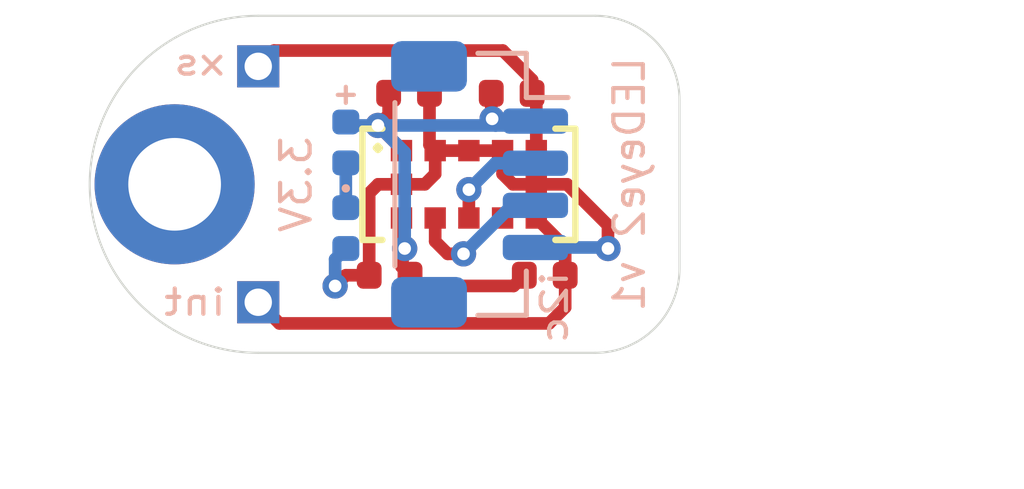
<source format=kicad_pcb>
(kicad_pcb (version 20171130) (host pcbnew "(5.1.6-0-10_14)")

  (general
    (thickness 1.6)
    (drawings 15)
    (tracks 72)
    (zones 0)
    (modules 11)
    (nets 9)
  )

  (page A4)
  (layers
    (0 F.Cu signal)
    (31 B.Cu signal)
    (32 B.Adhes user)
    (33 F.Adhes user)
    (34 B.Paste user)
    (35 F.Paste user)
    (36 B.SilkS user)
    (37 F.SilkS user)
    (38 B.Mask user)
    (39 F.Mask user hide)
    (40 Dwgs.User user hide)
    (41 Cmts.User user hide)
    (42 Eco1.User user hide)
    (43 Eco2.User user hide)
    (44 Edge.Cuts user)
    (45 Margin user hide)
    (46 B.CrtYd user)
    (47 F.CrtYd user)
    (48 B.Fab user hide)
    (49 F.Fab user hide)
  )

  (setup
    (last_trace_width 0.25)
    (user_trace_width 0.25)
    (user_trace_width 0.3)
    (user_trace_width 0.4)
    (user_trace_width 0.5)
    (trace_clearance 0.2)
    (zone_clearance 0.508)
    (zone_45_only no)
    (trace_min 0.2)
    (via_size 0.6)
    (via_drill 0.3)
    (via_min_size 0.4)
    (via_min_drill 0.3)
    (user_via 0.6 0.3)
    (uvia_size 0.3)
    (uvia_drill 0.1)
    (uvias_allowed no)
    (uvia_min_size 0.2)
    (uvia_min_drill 0.1)
    (edge_width 0.05)
    (segment_width 0.2)
    (pcb_text_width 0.3)
    (pcb_text_size 1.5 1.5)
    (mod_edge_width 0.12)
    (mod_text_size 1 1)
    (mod_text_width 0.15)
    (pad_size 1.524 1.524)
    (pad_drill 0.762)
    (pad_to_mask_clearance 0.05)
    (aux_axis_origin 0 0)
    (grid_origin 66.0545 53.660148)
    (visible_elements FFFFFF7F)
    (pcbplotparams
      (layerselection 0x010fc_ffffffff)
      (usegerberextensions true)
      (usegerberattributes false)
      (usegerberadvancedattributes true)
      (creategerberjobfile false)
      (excludeedgelayer true)
      (linewidth 0.100000)
      (plotframeref false)
      (viasonmask false)
      (mode 1)
      (useauxorigin false)
      (hpglpennumber 1)
      (hpglpenspeed 20)
      (hpglpendiameter 15.000000)
      (psnegative false)
      (psa4output false)
      (plotreference true)
      (plotvalue true)
      (plotinvisibletext false)
      (padsonsilk false)
      (subtractmaskfromsilk false)
      (outputformat 1)
      (mirror false)
      (drillshape 0)
      (scaleselection 1)
      (outputdirectory "v1/"))
  )

  (net 0 "")
  (net 1 GND)
  (net 2 VDD)
  (net 3 INT)
  (net 4 XSHUT)
  (net 5 SCL)
  (net 6 SDA)
  (net 7 "Net-(U1-Pad8)")
  (net 8 "Net-(D1-Pad1)")

  (net_class Default "This is the default net class."
    (clearance 0.2)
    (trace_width 0.25)
    (via_dia 0.6)
    (via_drill 0.3)
    (uvia_dia 0.3)
    (uvia_drill 0.1)
    (add_net GND)
    (add_net INT)
    (add_net "Net-(D1-Pad1)")
    (add_net "Net-(U1-Pad8)")
    (add_net SCL)
    (add_net SDA)
    (add_net VDD)
    (add_net XSHUT)
  )

  (module Connector_PinHeader_1.27mm:PinHeader_1x01_P1.27mm_Vertical (layer F.Cu) (tedit 5FE11E84) (tstamp 5FE11EE6)
    (at 61.0545 56.460148)
    (descr "Through hole straight pin header, 1x01, 1.27mm pitch, single row")
    (tags "Through hole pin header THT 1x01 1.27mm single row")
    (path /601ED5A3)
    (fp_text reference J2 (at 0 -1.695) (layer F.Fab)
      (effects (font (size 1 1) (thickness 0.15)))
    )
    (fp_text value IO (at 0 1.695) (layer F.Fab)
      (effects (font (size 1 1) (thickness 0.15)))
    )
    (fp_line (start -0.525 -0.635) (end 1.05 -0.635) (layer F.Fab) (width 0.1))
    (fp_line (start 1.05 -0.635) (end 1.05 0.635) (layer F.Fab) (width 0.1))
    (fp_line (start 1.05 0.635) (end -1.05 0.635) (layer F.Fab) (width 0.1))
    (fp_line (start -1.05 0.635) (end -1.05 -0.11) (layer F.Fab) (width 0.1))
    (fp_line (start -1.05 -0.11) (end -0.525 -0.635) (layer F.Fab) (width 0.1))
    (fp_line (start -1.55 -1.15) (end -1.55 1.15) (layer F.CrtYd) (width 0.05))
    (fp_line (start -1.55 1.15) (end 1.55 1.15) (layer F.CrtYd) (width 0.05))
    (fp_line (start 1.55 1.15) (end 1.55 -1.15) (layer F.CrtYd) (width 0.05))
    (fp_line (start 1.55 -1.15) (end -1.55 -1.15) (layer F.CrtYd) (width 0.05))
    (fp_text user %R (at 0 0 90) (layer F.Fab)
      (effects (font (size 1 1) (thickness 0.15)))
    )
    (pad 1 thru_hole rect (at 0 0) (size 1 1) (drill 0.65) (layers *.Cu *.Mask)
      (net 3 INT))
  )

  (module Connector_PinHeader_1.27mm:PinHeader_1x01_P1.27mm_Vertical (layer F.Cu) (tedit 5FE11E4F) (tstamp 5FD70AFF)
    (at 61.0545 50.860148 270)
    (descr "Through hole straight pin header, 1x01, 1.27mm pitch, single row")
    (tags "Through hole pin header THT 1x01 1.27mm single row")
    (path /5FDBAD4B)
    (fp_text reference J1 (at 0 -1.695 270) (layer F.Fab)
      (effects (font (size 1 1) (thickness 0.15)))
    )
    (fp_text value IO (at 0 1.695 270) (layer F.Fab)
      (effects (font (size 1 1) (thickness 0.15)))
    )
    (fp_line (start -0.525 -0.635) (end 1.05 -0.635) (layer F.Fab) (width 0.1))
    (fp_line (start 1.05 -0.635) (end 1.05 0.635) (layer F.Fab) (width 0.1))
    (fp_line (start 1.05 0.635) (end -1.05 0.635) (layer F.Fab) (width 0.1))
    (fp_line (start -1.05 0.635) (end -1.05 -0.11) (layer F.Fab) (width 0.1))
    (fp_line (start -1.05 -0.11) (end -0.525 -0.635) (layer F.Fab) (width 0.1))
    (fp_line (start -1.55 -1.15) (end -1.55 1.15) (layer F.CrtYd) (width 0.05))
    (fp_line (start -1.55 1.15) (end 1.55 1.15) (layer F.CrtYd) (width 0.05))
    (fp_line (start 1.55 1.15) (end 1.55 -1.15) (layer F.CrtYd) (width 0.05))
    (fp_line (start 1.55 -1.15) (end -1.55 -1.15) (layer F.CrtYd) (width 0.05))
    (fp_text user %R (at 0 0) (layer F.Fab)
      (effects (font (size 1 1) (thickness 0.15)))
    )
    (pad 1 thru_hole rect (at 0 0 270) (size 1 1) (drill 0.65) (layers *.Cu *.Mask)
      (net 4 XSHUT))
  )

  (module runger:VL53L1 locked (layer F.Cu) (tedit 5FDA9736) (tstamp 5FD70BB9)
    (at 66.0545 53.660148)
    (path /5FDAF97D)
    (attr smd)
    (fp_text reference U1 (at 0.08 -2.44) (layer F.Fab)
      (effects (font (size 1 1) (thickness 0.15)))
    )
    (fp_text value VL53L1 (at 0.13 2.57) (layer F.Fab)
      (effects (font (size 1 1) (thickness 0.15)))
    )
    (fp_line (start -2.7 1.5) (end -2.7 -1.48) (layer F.CrtYd) (width 0.12))
    (fp_line (start 2.68 1.5) (end -2.7 1.5) (layer F.CrtYd) (width 0.12))
    (fp_line (start 2.68 -1.48) (end 2.68 1.5) (layer F.CrtYd) (width 0.12))
    (fp_line (start -2.7 -1.48) (end 2.68 -1.48) (layer F.CrtYd) (width 0.12))
    (fp_line (start -2.4003 0.0762) (end -1.1303 -1.1938) (layer F.Fab) (width 0.1524))
    (fp_line (start 0.546 -1.1938) (end 1.054 -1.1938) (layer F.Fab) (width 0.1524))
    (fp_line (start 1.054 -1.1938) (end 1.054 -1.053948) (layer F.Fab) (width 0.1524))
    (fp_line (start 1.054 -1.053948) (end 0.546 -1.053948) (layer F.Fab) (width 0.1524))
    (fp_line (start 0.546 -1.053948) (end 0.546 -1.1938) (layer F.Fab) (width 0.1524))
    (fp_line (start -0.254 -1.1938) (end 0.254 -1.1938) (layer F.Fab) (width 0.1524))
    (fp_line (start 0.254 -1.1938) (end 0.254 -1.053948) (layer F.Fab) (width 0.1524))
    (fp_line (start 0.254 -1.053948) (end -0.254 -1.053948) (layer F.Fab) (width 0.1524))
    (fp_line (start -0.254 -1.053948) (end -0.254 -1.1938) (layer F.Fab) (width 0.1524))
    (fp_line (start -1.054 -1.1938) (end -0.546 -1.1938) (layer F.Fab) (width 0.1524))
    (fp_line (start -0.546 -1.1938) (end -0.546 -1.053948) (layer F.Fab) (width 0.1524))
    (fp_line (start -0.546 -1.053948) (end -1.054 -1.053948) (layer F.Fab) (width 0.1524))
    (fp_line (start -1.054 -1.053948) (end -1.054 -1.1938) (layer F.Fab) (width 0.1524))
    (fp_line (start -2.4003 -0.546) (end -2.4003 -1.054) (layer F.Fab) (width 0.1524))
    (fp_line (start -2.4003 -1.054) (end -1.8542 -1.054) (layer F.Fab) (width 0.1524))
    (fp_line (start -1.8542 -1.054) (end -1.8542 -0.546) (layer F.Fab) (width 0.1524))
    (fp_line (start -1.8542 -0.546) (end -2.4003 -0.546) (layer F.Fab) (width 0.1524))
    (fp_line (start -2.4003 0.254) (end -2.4003 -0.254) (layer F.Fab) (width 0.1524))
    (fp_line (start -2.4003 -0.254) (end -1.8542 -0.254) (layer F.Fab) (width 0.1524))
    (fp_line (start -1.8542 -0.254) (end -1.8542 0.254) (layer F.Fab) (width 0.1524))
    (fp_line (start -1.8542 0.254) (end -2.4003 0.254) (layer F.Fab) (width 0.1524))
    (fp_line (start -2.4003 1.054) (end -2.4003 0.546) (layer F.Fab) (width 0.1524))
    (fp_line (start -2.4003 0.546) (end -1.8542 0.546) (layer F.Fab) (width 0.1524))
    (fp_line (start -1.8542 0.546) (end -1.8542 1.054) (layer F.Fab) (width 0.1524))
    (fp_line (start -1.8542 1.054) (end -2.4003 1.054) (layer F.Fab) (width 0.1524))
    (fp_line (start -0.546 1.1938) (end -1.054 1.1938) (layer F.Fab) (width 0.1524))
    (fp_line (start -1.054 1.1938) (end -1.054 1.053948) (layer F.Fab) (width 0.1524))
    (fp_line (start -1.054 1.053948) (end -0.546 1.053948) (layer F.Fab) (width 0.1524))
    (fp_line (start -0.546 1.053948) (end -0.546 1.1938) (layer F.Fab) (width 0.1524))
    (fp_line (start 0.254 1.1938) (end -0.254 1.1938) (layer F.Fab) (width 0.1524))
    (fp_line (start -0.254 1.1938) (end -0.254 1.053948) (layer F.Fab) (width 0.1524))
    (fp_line (start -0.254 1.053948) (end 0.254 1.053948) (layer F.Fab) (width 0.1524))
    (fp_line (start 0.254 1.053948) (end 0.254 1.1938) (layer F.Fab) (width 0.1524))
    (fp_line (start 1.054 1.1938) (end 0.546 1.1938) (layer F.Fab) (width 0.1524))
    (fp_line (start 0.546 1.1938) (end 0.546 1.053948) (layer F.Fab) (width 0.1524))
    (fp_line (start 0.546 1.053948) (end 1.054 1.053948) (layer F.Fab) (width 0.1524))
    (fp_line (start 1.054 1.053948) (end 1.054 1.1938) (layer F.Fab) (width 0.1524))
    (fp_line (start 2.4003 0.546) (end 2.4003 1.054) (layer F.Fab) (width 0.1524))
    (fp_line (start 2.4003 1.054) (end 1.8542 1.054) (layer F.Fab) (width 0.1524))
    (fp_line (start 1.8542 1.054) (end 1.8542 0.546) (layer F.Fab) (width 0.1524))
    (fp_line (start 1.8542 0.546) (end 2.4003 0.546) (layer F.Fab) (width 0.1524))
    (fp_line (start 2.4003 -0.254) (end 2.4003 0.254) (layer F.Fab) (width 0.1524))
    (fp_line (start 2.4003 0.254) (end 1.8542 0.254) (layer F.Fab) (width 0.1524))
    (fp_line (start 1.8542 0.254) (end 1.8542 -0.254) (layer F.Fab) (width 0.1524))
    (fp_line (start 1.8542 -0.254) (end 2.4003 -0.254) (layer F.Fab) (width 0.1524))
    (fp_line (start 2.4003 -1.054) (end 2.4003 -0.546) (layer F.Fab) (width 0.1524))
    (fp_line (start 2.4003 -0.546) (end 1.8542 -0.546) (layer F.Fab) (width 0.1524))
    (fp_line (start 1.8542 -0.546) (end 1.8542 -1.054) (layer F.Fab) (width 0.1524))
    (fp_line (start 1.8542 -1.054) (end 2.4003 -1.054) (layer F.Fab) (width 0.1524))
    (fp_line (start -2.5273 1.3208) (end -2.053032 1.3208) (layer F.SilkS) (width 0.1524))
    (fp_line (start 2.5273 1.3208) (end 2.5273 -1.3208) (layer F.SilkS) (width 0.1524))
    (fp_line (start 2.5273 -1.3208) (end 2.053032 -1.3208) (layer F.SilkS) (width 0.1524))
    (fp_line (start -2.053032 -1.3208) (end -2.5273 -1.3208) (layer F.SilkS) (width 0.1524))
    (fp_line (start -2.5273 -1.3208) (end -2.5273 1.3208) (layer F.SilkS) (width 0.1524))
    (fp_line (start -2.4003 1.1938) (end 2.4003 1.1938) (layer F.Fab) (width 0.1524))
    (fp_line (start 2.4003 1.1938) (end 2.4003 1.1938) (layer F.Fab) (width 0.1524))
    (fp_line (start 2.4003 1.1938) (end 2.4003 -1.1938) (layer F.Fab) (width 0.1524))
    (fp_line (start 2.4003 -1.1938) (end 2.4003 -1.1938) (layer F.Fab) (width 0.1524))
    (fp_line (start 2.4003 -1.1938) (end -2.4003 -1.1938) (layer F.Fab) (width 0.1524))
    (fp_line (start -2.4003 -1.1938) (end -2.4003 -1.1938) (layer F.Fab) (width 0.1524))
    (fp_line (start -2.4003 -1.1938) (end -2.4003 1.1938) (layer F.Fab) (width 0.1524))
    (fp_line (start -2.4003 1.1938) (end -2.4003 1.1938) (layer F.Fab) (width 0.1524))
    (fp_line (start 2.053032 1.3208) (end 2.5273 1.3208) (layer F.SilkS) (width 0.1524))
    (fp_text user "Copyright 2016 Accelerated Designs. All rights reserved." (at 0 0) (layer Cmts.User)
      (effects (font (size 0.127 0.127) (thickness 0.002)))
    )
    (fp_text user * (at -1.3462 -1.2) (layer F.Fab)
      (effects (font (size 1 1) (thickness 0.15)))
    )
    (fp_text user 0.031in/0.8mm (at -3.6322 -0.4) (layer Dwgs.User)
      (effects (font (size 1 1) (thickness 0.15)))
    )
    (fp_text user 0.02in/0.508mm (at -4.6482 0.799948) (layer Dwgs.User)
      (effects (font (size 1 1) (thickness 0.15)))
    )
    (fp_text user 0.02in/0.508mm (at -4.6482 0.799948) (layer Dwgs.User)
      (effects (font (size 1 1) (thickness 0.15)))
    )
    (fp_text user 0.126in/3.2mm (at 0 6.387948) (layer Dwgs.User)
      (effects (font (size 1 1) (thickness 0.15)))
    )
    (fp_text user 0.063in/1.6mm (at 7.1882 0.635) (layer Dwgs.User)
      (effects (font (size 1 1) (thickness 0.15)))
    )
    (fp_text user * (at -1.3462 -1.2) (layer F.Fab)
      (effects (font (size 1 1) (thickness 0.15)))
    )
    (pad 1 smd rect (at -1.6002 -0.800001 90) (size 0.508 0.508) (layers F.Cu F.Paste F.Mask)
      (net 2 VDD))
    (pad 12 smd rect (at -1.6002 0 90) (size 0.508 0.508) (layers F.Cu F.Paste F.Mask)
      (net 1 GND))
    (pad 11 smd rect (at -1.6002 0.800001 90) (size 0.508 0.508) (layers F.Cu F.Paste F.Mask)
      (net 2 VDD))
    (pad 10 smd rect (at -0.800001 0.799948) (size 0.508 0.508) (layers F.Cu F.Paste F.Mask)
      (net 5 SCL))
    (pad 9 smd rect (at 0 0.799948) (size 0.508 0.508) (layers F.Cu F.Paste F.Mask)
      (net 6 SDA))
    (pad 8 smd rect (at 0.800001 0.799948) (size 0.508 0.508) (layers F.Cu F.Paste F.Mask)
      (net 7 "Net-(U1-Pad8)"))
    (pad 7 smd rect (at 1.6002 0.800001 90) (size 0.508 0.508) (layers F.Cu F.Paste F.Mask)
      (net 3 INT))
    (pad 6 smd rect (at 1.6002 0 90) (size 0.508 0.508) (layers F.Cu F.Paste F.Mask)
      (net 1 GND))
    (pad 5 smd rect (at 1.6002 -0.800001 90) (size 0.508 0.508) (layers F.Cu F.Paste F.Mask)
      (net 4 XSHUT))
    (pad 4 smd rect (at 0.800001 -0.799948) (size 0.508 0.508) (layers F.Cu F.Paste F.Mask)
      (net 1 GND))
    (pad 3 smd rect (at 0 -0.799948) (size 0.508 0.508) (layers F.Cu F.Paste F.Mask)
      (net 1 GND))
    (pad 2 smd rect (at -0.800001 -0.799948) (size 0.508 0.508) (layers F.Cu F.Paste F.Mask)
      (net 1 GND))
    (model :runger3d:ul_VL53L1CBV0FY1/2020-12-14_00-22-00/STEP/QFN_BV0FY1_STM-L.step
      (at (xyz 0 0 0))
      (scale (xyz 1 1 1))
      (rotate (xyz 0 0 0))
    )
  )

  (module MountingHole:MountingHole_2.2mm_M2_DIN965_Pad (layer F.Cu) (tedit 56D1B4CB) (tstamp 5FD730B9)
    (at 59.0695 53.660148)
    (descr "Mounting Hole 2.2mm, M2, DIN965")
    (tags "mounting hole 2.2mm m2 din965")
    (path /5F8E3BBA)
    (attr virtual)
    (fp_text reference H1 (at 0 -2.9) (layer F.Fab)
      (effects (font (size 1 1) (thickness 0.15)))
    )
    (fp_text value MountingHole_Pad (at 0 2.9) (layer F.Fab)
      (effects (font (size 1 1) (thickness 0.15)))
    )
    (fp_circle (center 0 0) (end 2.15 0) (layer F.CrtYd) (width 0.05))
    (fp_circle (center 0 0) (end 1.9 0) (layer Cmts.User) (width 0.15))
    (fp_text user %R (at 0.3 0) (layer F.Fab)
      (effects (font (size 1 1) (thickness 0.15)))
    )
    (pad 1 thru_hole circle (at 0 0) (size 3.8 3.8) (drill 2.2) (layers *.Cu *.Mask))
  )

  (module Resistor_SMD:R_0402_1005Metric (layer B.Cu) (tedit 5B301BBD) (tstamp 5FD723EE)
    (at 63.1335 54.699148 270)
    (descr "Resistor SMD 0402 (1005 Metric), square (rectangular) end terminal, IPC_7351 nominal, (Body size source: http://www.tortai-tech.com/upload/download/2011102023233369053.pdf), generated with kicad-footprint-generator")
    (tags resistor)
    (path /5FDE75E0)
    (attr smd)
    (fp_text reference R3 (at 0 1.17 90) (layer B.Fab)
      (effects (font (size 1 1) (thickness 0.15)) (justify mirror))
    )
    (fp_text value 4.7kΩ (at 0 -1.17 90) (layer B.Fab)
      (effects (font (size 1 1) (thickness 0.15)) (justify mirror))
    )
    (fp_line (start 0.93 -0.47) (end -0.93 -0.47) (layer B.CrtYd) (width 0.05))
    (fp_line (start 0.93 0.47) (end 0.93 -0.47) (layer B.CrtYd) (width 0.05))
    (fp_line (start -0.93 0.47) (end 0.93 0.47) (layer B.CrtYd) (width 0.05))
    (fp_line (start -0.93 -0.47) (end -0.93 0.47) (layer B.CrtYd) (width 0.05))
    (fp_line (start 0.5 -0.25) (end -0.5 -0.25) (layer B.Fab) (width 0.1))
    (fp_line (start 0.5 0.25) (end 0.5 -0.25) (layer B.Fab) (width 0.1))
    (fp_line (start -0.5 0.25) (end 0.5 0.25) (layer B.Fab) (width 0.1))
    (fp_line (start -0.5 -0.25) (end -0.5 0.25) (layer B.Fab) (width 0.1))
    (fp_text user %R (at 0 0 90) (layer B.Fab)
      (effects (font (size 0.25 0.25) (thickness 0.04)) (justify mirror))
    )
    (pad 2 smd roundrect (at 0.485 0 270) (size 0.59 0.64) (layers B.Cu B.Paste B.Mask) (roundrect_rratio 0.25)
      (net 1 GND))
    (pad 1 smd roundrect (at -0.485 0 270) (size 0.59 0.64) (layers B.Cu B.Paste B.Mask) (roundrect_rratio 0.25)
      (net 8 "Net-(D1-Pad1)"))
    (model ${KISYS3DMOD}/Resistor_SMD.3dshapes/R_0402_1005Metric.wrl
      (at (xyz 0 0 0))
      (scale (xyz 1 1 1))
      (rotate (xyz 0 0 0))
    )
  )

  (module LED_SMD:LED_0402_1005Metric (layer B.Cu) (tedit 5B301BBE) (tstamp 5FD7230D)
    (at 63.1335 52.667148 90)
    (descr "LED SMD 0402 (1005 Metric), square (rectangular) end terminal, IPC_7351 nominal, (Body size source: http://www.tortai-tech.com/upload/download/2011102023233369053.pdf), generated with kicad-footprint-generator")
    (tags LED)
    (path /5FDE8DC0)
    (attr smd)
    (fp_text reference D1 (at 0 1.17 90) (layer B.Fab)
      (effects (font (size 1 1) (thickness 0.15)) (justify mirror))
    )
    (fp_text value green (at 0 -1.17 90) (layer B.Fab)
      (effects (font (size 1 1) (thickness 0.15)) (justify mirror))
    )
    (fp_line (start 0.93 -0.47) (end -0.93 -0.47) (layer B.CrtYd) (width 0.05))
    (fp_line (start 0.93 0.47) (end 0.93 -0.47) (layer B.CrtYd) (width 0.05))
    (fp_line (start -0.93 0.47) (end 0.93 0.47) (layer B.CrtYd) (width 0.05))
    (fp_line (start -0.93 -0.47) (end -0.93 0.47) (layer B.CrtYd) (width 0.05))
    (fp_line (start -0.3 -0.25) (end -0.3 0.25) (layer B.Fab) (width 0.1))
    (fp_line (start -0.4 -0.25) (end -0.4 0.25) (layer B.Fab) (width 0.1))
    (fp_line (start 0.5 -0.25) (end -0.5 -0.25) (layer B.Fab) (width 0.1))
    (fp_line (start 0.5 0.25) (end 0.5 -0.25) (layer B.Fab) (width 0.1))
    (fp_line (start -0.5 0.25) (end 0.5 0.25) (layer B.Fab) (width 0.1))
    (fp_line (start -0.5 -0.25) (end -0.5 0.25) (layer B.Fab) (width 0.1))
    (fp_circle (center -1.09 0) (end -1.04 0) (layer B.SilkS) (width 0.1))
    (fp_text user %R (at 0 0 90) (layer B.Fab)
      (effects (font (size 0.25 0.25) (thickness 0.04)) (justify mirror))
    )
    (pad 2 smd roundrect (at 0.485 0 90) (size 0.59 0.64) (layers B.Cu B.Paste B.Mask) (roundrect_rratio 0.25)
      (net 2 VDD))
    (pad 1 smd roundrect (at -0.485 0 90) (size 0.59 0.64) (layers B.Cu B.Paste B.Mask) (roundrect_rratio 0.25)
      (net 8 "Net-(D1-Pad1)"))
    (model ${KISYS3DMOD}/LED_SMD.3dshapes/LED_0402_1005Metric.wrl
      (at (xyz 0 0 0))
      (scale (xyz 1 1 1))
      (rotate (xyz 0 0 0))
    )
  )

  (module Resistor_SMD:R_0402_1005Metric (layer F.Cu) (tedit 5B301BBD) (tstamp 5FD70B48)
    (at 67.8555 55.819148)
    (descr "Resistor SMD 0402 (1005 Metric), square (rectangular) end terminal, IPC_7351 nominal, (Body size source: http://www.tortai-tech.com/upload/download/2011102023233369053.pdf), generated with kicad-footprint-generator")
    (tags resistor)
    (path /5FDBBD5B)
    (attr smd)
    (fp_text reference R2 (at 0 -1.17) (layer F.Fab)
      (effects (font (size 1 1) (thickness 0.15)))
    )
    (fp_text value 10kΩ (at 0 1.17) (layer F.Fab)
      (effects (font (size 1 1) (thickness 0.15)))
    )
    (fp_line (start 0.93 0.47) (end -0.93 0.47) (layer F.CrtYd) (width 0.05))
    (fp_line (start 0.93 -0.47) (end 0.93 0.47) (layer F.CrtYd) (width 0.05))
    (fp_line (start -0.93 -0.47) (end 0.93 -0.47) (layer F.CrtYd) (width 0.05))
    (fp_line (start -0.93 0.47) (end -0.93 -0.47) (layer F.CrtYd) (width 0.05))
    (fp_line (start 0.5 0.25) (end -0.5 0.25) (layer F.Fab) (width 0.1))
    (fp_line (start 0.5 -0.25) (end 0.5 0.25) (layer F.Fab) (width 0.1))
    (fp_line (start -0.5 -0.25) (end 0.5 -0.25) (layer F.Fab) (width 0.1))
    (fp_line (start -0.5 0.25) (end -0.5 -0.25) (layer F.Fab) (width 0.1))
    (fp_text user %R (at 0 0) (layer F.Fab)
      (effects (font (size 0.25 0.25) (thickness 0.04)))
    )
    (pad 2 smd roundrect (at 0.485 0) (size 0.59 0.64) (layers F.Cu F.Paste F.Mask) (roundrect_rratio 0.25)
      (net 3 INT))
    (pad 1 smd roundrect (at -0.485 0) (size 0.59 0.64) (layers F.Cu F.Paste F.Mask) (roundrect_rratio 0.25)
      (net 2 VDD))
    (model ${KISYS3DMOD}/Resistor_SMD.3dshapes/R_0402_1005Metric.wrl
      (at (xyz 0 0 0))
      (scale (xyz 1 1 1))
      (rotate (xyz 0 0 0))
    )
  )

  (module Resistor_SMD:R_0402_1005Metric (layer F.Cu) (tedit 5B301BBD) (tstamp 5FD7207C)
    (at 67.0705 51.501148)
    (descr "Resistor SMD 0402 (1005 Metric), square (rectangular) end terminal, IPC_7351 nominal, (Body size source: http://www.tortai-tech.com/upload/download/2011102023233369053.pdf), generated with kicad-footprint-generator")
    (tags resistor)
    (path /5FDBF040)
    (attr smd)
    (fp_text reference R1 (at 0 -1.17) (layer F.Fab)
      (effects (font (size 1 1) (thickness 0.15)))
    )
    (fp_text value 10kΩ (at 0 1.17) (layer F.Fab)
      (effects (font (size 1 1) (thickness 0.15)))
    )
    (fp_line (start 0.93 0.47) (end -0.93 0.47) (layer F.CrtYd) (width 0.05))
    (fp_line (start 0.93 -0.47) (end 0.93 0.47) (layer F.CrtYd) (width 0.05))
    (fp_line (start -0.93 -0.47) (end 0.93 -0.47) (layer F.CrtYd) (width 0.05))
    (fp_line (start -0.93 0.47) (end -0.93 -0.47) (layer F.CrtYd) (width 0.05))
    (fp_line (start 0.5 0.25) (end -0.5 0.25) (layer F.Fab) (width 0.1))
    (fp_line (start 0.5 -0.25) (end 0.5 0.25) (layer F.Fab) (width 0.1))
    (fp_line (start -0.5 -0.25) (end 0.5 -0.25) (layer F.Fab) (width 0.1))
    (fp_line (start -0.5 0.25) (end -0.5 -0.25) (layer F.Fab) (width 0.1))
    (fp_text user %R (at 0 0) (layer F.Fab)
      (effects (font (size 0.25 0.25) (thickness 0.04)))
    )
    (pad 2 smd roundrect (at 0.485 0) (size 0.59 0.64) (layers F.Cu F.Paste F.Mask) (roundrect_rratio 0.25)
      (net 4 XSHUT))
    (pad 1 smd roundrect (at -0.485 0) (size 0.59 0.64) (layers F.Cu F.Paste F.Mask) (roundrect_rratio 0.25)
      (net 2 VDD))
    (model ${KISYS3DMOD}/Resistor_SMD.3dshapes/R_0402_1005Metric.wrl
      (at (xyz 0 0 0))
      (scale (xyz 1 1 1))
      (rotate (xyz 0 0 0))
    )
  )

  (module Connector_JST:JST_SH_BM04B-SRSS-TB_1x04-1MP_P1.00mm_Vertical (layer B.Cu) (tedit 5B78AD87) (tstamp 5FD70B2A)
    (at 66.3085 53.660148 270)
    (descr "JST SH series connector, BM04B-SRSS-TB (http://www.jst-mfg.com/product/pdf/eng/eSH.pdf), generated with kicad-footprint-generator")
    (tags "connector JST SH side entry")
    (path /5FE03F55)
    (attr smd)
    (fp_text reference J6 (at 0 3.3 90) (layer B.Fab)
      (effects (font (size 1 1) (thickness 0.15)) (justify mirror))
    )
    (fp_text value I2C (at 0 -3.3 90) (layer B.Fab)
      (effects (font (size 1 1) (thickness 0.15)) (justify mirror))
    )
    (fp_line (start -1.5 -0.292893) (end -1 -1) (layer B.Fab) (width 0.1))
    (fp_line (start -2 -1) (end -1.5 -0.292893) (layer B.Fab) (width 0.1))
    (fp_line (start 3.9 2.6) (end -3.9 2.6) (layer B.CrtYd) (width 0.05))
    (fp_line (start 3.9 -2.6) (end 3.9 2.6) (layer B.CrtYd) (width 0.05))
    (fp_line (start -3.9 -2.6) (end 3.9 -2.6) (layer B.CrtYd) (width 0.05))
    (fp_line (start -3.9 2.6) (end -3.9 -2.6) (layer B.CrtYd) (width 0.05))
    (fp_line (start 1.65 1.55) (end 1.35 1.55) (layer B.Fab) (width 0.1))
    (fp_line (start 1.65 0.95) (end 1.65 1.55) (layer B.Fab) (width 0.1))
    (fp_line (start 1.35 0.95) (end 1.65 0.95) (layer B.Fab) (width 0.1))
    (fp_line (start 1.35 1.55) (end 1.35 0.95) (layer B.Fab) (width 0.1))
    (fp_line (start 0.65 1.55) (end 0.35 1.55) (layer B.Fab) (width 0.1))
    (fp_line (start 0.65 0.95) (end 0.65 1.55) (layer B.Fab) (width 0.1))
    (fp_line (start 0.35 0.95) (end 0.65 0.95) (layer B.Fab) (width 0.1))
    (fp_line (start 0.35 1.55) (end 0.35 0.95) (layer B.Fab) (width 0.1))
    (fp_line (start -0.35 1.55) (end -0.65 1.55) (layer B.Fab) (width 0.1))
    (fp_line (start -0.35 0.95) (end -0.35 1.55) (layer B.Fab) (width 0.1))
    (fp_line (start -0.65 0.95) (end -0.35 0.95) (layer B.Fab) (width 0.1))
    (fp_line (start -0.65 1.55) (end -0.65 0.95) (layer B.Fab) (width 0.1))
    (fp_line (start -1.35 1.55) (end -1.65 1.55) (layer B.Fab) (width 0.1))
    (fp_line (start -1.35 0.95) (end -1.35 1.55) (layer B.Fab) (width 0.1))
    (fp_line (start -1.65 0.95) (end -1.35 0.95) (layer B.Fab) (width 0.1))
    (fp_line (start -1.65 1.55) (end -1.65 0.95) (layer B.Fab) (width 0.1))
    (fp_line (start 3 -1) (end 3 1.9) (layer B.Fab) (width 0.1))
    (fp_line (start -3 -1) (end -3 1.9) (layer B.Fab) (width 0.1))
    (fp_line (start -3 1.9) (end 3 1.9) (layer B.Fab) (width 0.1))
    (fp_line (start -1.94 2.01) (end 1.94 2.01) (layer B.SilkS) (width 0.12))
    (fp_line (start 3.11 -1.11) (end 2.06 -1.11) (layer B.SilkS) (width 0.12))
    (fp_line (start 3.11 0.04) (end 3.11 -1.11) (layer B.SilkS) (width 0.12))
    (fp_line (start -2.06 -1.11) (end -2.06 -2.1) (layer B.SilkS) (width 0.12))
    (fp_line (start -3.11 -1.11) (end -2.06 -1.11) (layer B.SilkS) (width 0.12))
    (fp_line (start -3.11 0.04) (end -3.11 -1.11) (layer B.SilkS) (width 0.12))
    (fp_line (start -3 -1) (end 3 -1) (layer B.Fab) (width 0.1))
    (fp_text user %R (at 0 0.25 90) (layer B.Fab)
      (effects (font (size 1 1) (thickness 0.15)) (justify mirror))
    )
    (pad MP smd roundrect (at 2.8 1.2 270) (size 1.2 1.8) (layers B.Cu B.Paste B.Mask) (roundrect_rratio 0.208333))
    (pad MP smd roundrect (at -2.8 1.2 270) (size 1.2 1.8) (layers B.Cu B.Paste B.Mask) (roundrect_rratio 0.208333))
    (pad 4 smd roundrect (at 1.5 -1.325 270) (size 0.6 1.55) (layers B.Cu B.Paste B.Mask) (roundrect_rratio 0.25)
      (net 1 GND))
    (pad 3 smd roundrect (at 0.5 -1.325 270) (size 0.6 1.55) (layers B.Cu B.Paste B.Mask) (roundrect_rratio 0.25)
      (net 5 SCL))
    (pad 2 smd roundrect (at -0.5 -1.325 270) (size 0.6 1.55) (layers B.Cu B.Paste B.Mask) (roundrect_rratio 0.25)
      (net 6 SDA))
    (pad 1 smd roundrect (at -1.5 -1.325 270) (size 0.6 1.55) (layers B.Cu B.Paste B.Mask) (roundrect_rratio 0.25)
      (net 2 VDD))
    (model ${KISYS3DMOD}/Connector_JST.3dshapes/JST_SH_BM04B-SRSS-TB_1x04-1MP_P1.00mm_Vertical.wrl
      (at (xyz 0 0 0))
      (scale (xyz 1 1 1))
      (rotate (xyz 0 0 0))
    )
    (model :runger3d:BM04B-SRSS-TB.STEP
      (offset (xyz 0 1 0))
      (scale (xyz 1 1 1))
      (rotate (xyz -90 0 0))
    )
  )

  (module Capacitor_SMD:C_0402_1005Metric (layer F.Cu) (tedit 5B301BBE) (tstamp 5FD70AD9)
    (at 64.6345 51.501148)
    (descr "Capacitor SMD 0402 (1005 Metric), square (rectangular) end terminal, IPC_7351 nominal, (Body size source: http://www.tortai-tech.com/upload/download/2011102023233369053.pdf), generated with kicad-footprint-generator")
    (tags capacitor)
    (path /5FDD15BD)
    (attr smd)
    (fp_text reference C2 (at 0 -1.17) (layer F.Fab)
      (effects (font (size 1 1) (thickness 0.15)))
    )
    (fp_text value 4.7µF (at 0 1.17) (layer F.Fab)
      (effects (font (size 1 1) (thickness 0.15)))
    )
    (fp_line (start 0.93 0.47) (end -0.93 0.47) (layer F.CrtYd) (width 0.05))
    (fp_line (start 0.93 -0.47) (end 0.93 0.47) (layer F.CrtYd) (width 0.05))
    (fp_line (start -0.93 -0.47) (end 0.93 -0.47) (layer F.CrtYd) (width 0.05))
    (fp_line (start -0.93 0.47) (end -0.93 -0.47) (layer F.CrtYd) (width 0.05))
    (fp_line (start 0.5 0.25) (end -0.5 0.25) (layer F.Fab) (width 0.1))
    (fp_line (start 0.5 -0.25) (end 0.5 0.25) (layer F.Fab) (width 0.1))
    (fp_line (start -0.5 -0.25) (end 0.5 -0.25) (layer F.Fab) (width 0.1))
    (fp_line (start -0.5 0.25) (end -0.5 -0.25) (layer F.Fab) (width 0.1))
    (fp_text user %R (at 0 0) (layer F.Fab)
      (effects (font (size 0.25 0.25) (thickness 0.04)))
    )
    (pad 2 smd roundrect (at 0.485 0) (size 0.59 0.64) (layers F.Cu F.Paste F.Mask) (roundrect_rratio 0.25)
      (net 1 GND))
    (pad 1 smd roundrect (at -0.485 0) (size 0.59 0.64) (layers F.Cu F.Paste F.Mask) (roundrect_rratio 0.25)
      (net 2 VDD))
    (model ${KISYS3DMOD}/Capacitor_SMD.3dshapes/C_0402_1005Metric.wrl
      (at (xyz 0 0 0))
      (scale (xyz 1 1 1))
      (rotate (xyz 0 0 0))
    )
  )

  (module Capacitor_SMD:C_0402_1005Metric (layer F.Cu) (tedit 5B301BBE) (tstamp 5FD70ACA)
    (at 64.1725 55.819148 180)
    (descr "Capacitor SMD 0402 (1005 Metric), square (rectangular) end terminal, IPC_7351 nominal, (Body size source: http://www.tortai-tech.com/upload/download/2011102023233369053.pdf), generated with kicad-footprint-generator")
    (tags capacitor)
    (path /5FDD1CF6)
    (attr smd)
    (fp_text reference C1 (at 0 -1.17) (layer F.Fab)
      (effects (font (size 1 1) (thickness 0.15)))
    )
    (fp_text value 100nF (at 0 1.17) (layer F.Fab)
      (effects (font (size 1 1) (thickness 0.15)))
    )
    (fp_line (start 0.93 0.47) (end -0.93 0.47) (layer F.CrtYd) (width 0.05))
    (fp_line (start 0.93 -0.47) (end 0.93 0.47) (layer F.CrtYd) (width 0.05))
    (fp_line (start -0.93 -0.47) (end 0.93 -0.47) (layer F.CrtYd) (width 0.05))
    (fp_line (start -0.93 0.47) (end -0.93 -0.47) (layer F.CrtYd) (width 0.05))
    (fp_line (start 0.5 0.25) (end -0.5 0.25) (layer F.Fab) (width 0.1))
    (fp_line (start 0.5 -0.25) (end 0.5 0.25) (layer F.Fab) (width 0.1))
    (fp_line (start -0.5 -0.25) (end 0.5 -0.25) (layer F.Fab) (width 0.1))
    (fp_line (start -0.5 0.25) (end -0.5 -0.25) (layer F.Fab) (width 0.1))
    (fp_text user %R (at 0 0) (layer F.Fab)
      (effects (font (size 0.25 0.25) (thickness 0.04)))
    )
    (pad 2 smd roundrect (at 0.485 0 180) (size 0.59 0.64) (layers F.Cu F.Paste F.Mask) (roundrect_rratio 0.25)
      (net 1 GND))
    (pad 1 smd roundrect (at -0.485 0 180) (size 0.59 0.64) (layers F.Cu F.Paste F.Mask) (roundrect_rratio 0.25)
      (net 2 VDD))
    (model ${KISYS3DMOD}/Capacitor_SMD.3dshapes/C_0402_1005Metric.wrl
      (at (xyz 0 0 0))
      (scale (xyz 1 1 1))
      (rotate (xyz 0 0 0))
    )
  )

  (gr_text i2c (at 68.0865 56.581148 90) (layer B.SilkS) (tstamp 5FDB3C23)
    (effects (font (size 0.6 0.75) (thickness 0.1)) (justify mirror))
  )
  (gr_text xs (at 59.6545 50.760148) (layer B.SilkS) (tstamp 5FDB3BA8)
    (effects (font (size 0.6 0.75) (thickness 0.1)) (justify mirror))
  )
  (gr_text int (at 59.5545 56.460148) (layer B.SilkS)
    (effects (font (size 0.6 0.75) (thickness 0.1)) (justify mirror))
  )
  (gr_text . (at 63.8955 52.390148) (layer F.SilkS)
    (effects (font (size 1 1) (thickness 0.15)))
  )
  (gr_text 3.3V (at 61.9545 53.660148 90) (layer B.SilkS) (tstamp 5FD7ADA6)
    (effects (font (size 0.7 0.7) (thickness 0.1)) (justify mirror))
  )
  (gr_text "LEDeye2 v1" (at 69.8645 53.660148 90) (layer B.SilkS)
    (effects (font (size 0.7 0.7) (thickness 0.1)) (justify mirror))
  )
  (gr_text + (at 63.1335 51.501148) (layer B.SilkS)
    (effects (font (size 0.5 0.5) (thickness 0.1)))
  )
  (gr_arc (start 69.0545 55.660148) (end 69.0545 57.660148) (angle -90) (layer Edge.Cuts) (width 0.05))
  (gr_arc (start 69.0545 51.660148) (end 71.0545 51.660148) (angle -90) (layer Edge.Cuts) (width 0.05))
  (gr_line (start 69.0545 49.660148) (end 61.0545 49.660148) (layer Edge.Cuts) (width 0.05) (tstamp 5FD730CE))
  (gr_arc (start 61.0545 53.660148) (end 61.0545 49.660148) (angle -180) (layer Edge.Cuts) (width 0.05) (tstamp 5FD730D4))
  (gr_line (start 71.0545 55.660148) (end 71.0545 51.660148) (layer Edge.Cuts) (width 0.05) (tstamp 5FD730AD))
  (gr_line (start 61.0545 57.660148) (end 69.0545 57.660148) (layer Edge.Cuts) (width 0.05) (tstamp 5FD730CB))
  (gr_line (start 71.0545 57.660148) (end 71.0545 49.660148) (layer Cmts.User) (width 0.15) (tstamp 5FD72FDD))
  (gr_line (start 60.0545 57.660148) (end 71.0545 57.660148) (layer Cmts.User) (width 0.15))

  (segment (start 66.854501 52.8602) (end 65.254499 52.8602) (width 0.3) (layer F.Cu) (net 1))
  (segment (start 65.008551 53.660148) (end 64.4543 53.660148) (width 0.3) (layer F.Cu) (net 1))
  (segment (start 65.254499 53.4142) (end 65.008551 53.660148) (width 0.3) (layer F.Cu) (net 1))
  (segment (start 65.254499 52.8602) (end 65.254499 53.4142) (width 0.3) (layer F.Cu) (net 1))
  (segment (start 63.9003 53.660148) (end 64.4543 53.660148) (width 0.3) (layer F.Cu) (net 1))
  (segment (start 63.6875 53.872948) (end 63.9003 53.660148) (width 0.3) (layer F.Cu) (net 1))
  (segment (start 63.6875 55.819148) (end 63.6875 53.872948) (width 0.3) (layer F.Cu) (net 1))
  (segment (start 67.100449 53.660148) (end 67.6547 53.660148) (width 0.3) (layer F.Cu) (net 1))
  (segment (start 66.854501 53.4142) (end 67.100449 53.660148) (width 0.3) (layer F.Cu) (net 1))
  (segment (start 66.854501 52.8602) (end 66.854501 53.4142) (width 0.3) (layer F.Cu) (net 1))
  (via (at 69.35651 55.184148) (size 0.6) (drill 0.3) (layers F.Cu B.Cu) (net 1))
  (segment (start 67.6547 53.660148) (end 68.383764 53.660148) (width 0.3) (layer F.Cu) (net 1))
  (segment (start 68.383764 53.660148) (end 69.35651 54.632894) (width 0.3) (layer F.Cu) (net 1))
  (segment (start 67.6335 55.160148) (end 69.33251 55.160148) (width 0.3) (layer B.Cu) (net 1))
  (segment (start 69.35651 54.632894) (end 69.35651 55.184148) (width 0.3) (layer F.Cu) (net 1))
  (segment (start 69.33251 55.160148) (end 69.35651 55.184148) (width 0.3) (layer B.Cu) (net 1))
  (segment (start 63.1335 55.819148) (end 62.8795 56.073148) (width 0.3) (layer F.Cu) (net 1))
  (via (at 62.8795 56.073148) (size 0.6) (drill 0.3) (layers F.Cu B.Cu) (net 1))
  (segment (start 63.6875 55.819148) (end 63.1335 55.819148) (width 0.3) (layer F.Cu) (net 1))
  (segment (start 62.8795 55.438148) (end 63.1335 55.184148) (width 0.3) (layer B.Cu) (net 1))
  (segment (start 62.8795 56.073148) (end 62.8795 55.438148) (width 0.3) (layer B.Cu) (net 1))
  (segment (start 65.254499 52.8602) (end 65.1195 52.725201) (width 0.3) (layer F.Cu) (net 1))
  (segment (start 65.1195 52.725201) (end 65.1195 51.501148) (width 0.3) (layer F.Cu) (net 1))
  (segment (start 64.4543 55.615948) (end 64.6575 55.819148) (width 0.3) (layer F.Cu) (net 2))
  (via (at 63.8955 52.263148) (size 0.6) (drill 0.3) (layers F.Cu B.Cu) (net 2))
  (segment (start 64.4543 52.821948) (end 63.8955 52.263148) (width 0.3) (layer F.Cu) (net 2))
  (segment (start 64.4543 52.860147) (end 64.4543 52.821948) (width 0.3) (layer F.Cu) (net 2))
  (segment (start 63.2145 52.263148) (end 63.1335 52.182148) (width 0.3) (layer B.Cu) (net 2))
  (segment (start 63.8955 52.263148) (end 63.2145 52.263148) (width 0.3) (layer B.Cu) (net 2))
  (segment (start 64.1495 52.009148) (end 63.8955 52.263148) (width 0.3) (layer F.Cu) (net 2))
  (segment (start 64.1495 51.501148) (end 64.1495 52.009148) (width 0.3) (layer F.Cu) (net 2))
  (segment (start 67.5305 52.263148) (end 67.6335 52.160148) (width 0.3) (layer B.Cu) (net 2))
  (segment (start 64.9115 56.073148) (end 67.1165 56.073148) (width 0.3) (layer F.Cu) (net 2))
  (segment (start 67.1165 56.073148) (end 67.3705 55.819148) (width 0.3) (layer F.Cu) (net 2))
  (segment (start 64.6575 55.819148) (end 64.9115 56.073148) (width 0.3) (layer F.Cu) (net 2))
  (segment (start 64.4543 55.133348) (end 64.4797 55.133348) (width 0.3) (layer F.Cu) (net 2))
  (segment (start 64.4797 55.133348) (end 64.5305 55.184148) (width 0.3) (layer F.Cu) (net 2))
  (segment (start 64.5305 55.184148) (end 64.4543 55.615948) (width 0.3) (layer F.Cu) (net 2))
  (via (at 64.5305 55.184148) (size 0.6) (drill 0.3) (layers F.Cu B.Cu) (net 2))
  (segment (start 64.4543 54.460149) (end 64.4543 55.133348) (width 0.3) (layer F.Cu) (net 2))
  (segment (start 64.5305 52.898148) (end 63.8955 52.263148) (width 0.3) (layer B.Cu) (net 2))
  (segment (start 64.5305 55.184148) (end 64.5305 52.898148) (width 0.3) (layer B.Cu) (net 2))
  (via (at 66.60603 52.106146) (size 0.6) (drill 0.3) (layers F.Cu B.Cu) (net 2))
  (segment (start 66.5855 51.501148) (end 66.5855 52.085616) (width 0.3) (layer F.Cu) (net 2))
  (segment (start 66.5855 52.085616) (end 66.60603 52.106146) (width 0.3) (layer F.Cu) (net 2))
  (segment (start 66.60603 52.179678) (end 66.6895 52.263148) (width 0.3) (layer B.Cu) (net 2))
  (segment (start 66.60603 52.106146) (end 66.60603 52.179678) (width 0.3) (layer B.Cu) (net 2))
  (segment (start 66.6895 52.263148) (end 67.5305 52.263148) (width 0.3) (layer B.Cu) (net 2))
  (segment (start 63.8955 52.263148) (end 66.6895 52.263148) (width 0.3) (layer B.Cu) (net 2))
  (segment (start 68.3405 55.145949) (end 68.3405 55.819148) (width 0.3) (layer F.Cu) (net 3))
  (segment (start 67.6547 54.460149) (end 68.3405 55.145949) (width 0.3) (layer F.Cu) (net 3))
  (segment (start 61.5565 56.962148) (end 61.0545 56.460148) (width 0.3) (layer F.Cu) (net 3))
  (segment (start 68.3405 56.581148) (end 67.9595 56.962148) (width 0.3) (layer F.Cu) (net 3))
  (segment (start 67.9595 56.962148) (end 61.5565 56.962148) (width 0.3) (layer F.Cu) (net 3))
  (segment (start 68.3405 55.819148) (end 68.3405 56.581148) (width 0.3) (layer F.Cu) (net 3))
  (segment (start 67.6547 51.600348) (end 67.5555 51.501148) (width 0.3) (layer F.Cu) (net 4))
  (segment (start 67.6547 52.860147) (end 67.6547 51.600348) (width 0.3) (layer F.Cu) (net 4))
  (segment (start 61.4295 50.485148) (end 61.0545 50.860148) (width 0.3) (layer F.Cu) (net 4))
  (segment (start 67.5555 51.181148) (end 66.8595 50.485148) (width 0.3) (layer F.Cu) (net 4))
  (segment (start 66.8595 50.485148) (end 61.4295 50.485148) (width 0.3) (layer F.Cu) (net 4))
  (segment (start 67.5555 51.501148) (end 67.5555 51.181148) (width 0.3) (layer F.Cu) (net 4))
  (via (at 65.9275 55.311148) (size 0.6) (drill 0.3) (layers F.Cu B.Cu) (net 5))
  (segment (start 65.551551 55.311148) (end 65.9275 55.311148) (width 0.3) (layer F.Cu) (net 5))
  (segment (start 65.254499 55.014096) (end 65.551551 55.311148) (width 0.3) (layer F.Cu) (net 5))
  (segment (start 65.254499 54.460096) (end 65.254499 55.014096) (width 0.3) (layer F.Cu) (net 5))
  (segment (start 65.9275 55.311148) (end 67.0785 54.160148) (width 0.3) (layer B.Cu) (net 5))
  (segment (start 67.0785 54.160148) (end 67.6335 54.160148) (width 0.3) (layer B.Cu) (net 5))
  (segment (start 66.0545 54.460096) (end 66.0545 53.787148) (width 0.3) (layer F.Cu) (net 6))
  (via (at 66.0545 53.787148) (size 0.6) (drill 0.3) (layers F.Cu B.Cu) (net 6))
  (segment (start 66.6815 53.160148) (end 67.6335 53.160148) (width 0.3) (layer B.Cu) (net 6))
  (segment (start 66.0545 53.787148) (end 66.6815 53.160148) (width 0.3) (layer B.Cu) (net 6))
  (segment (start 63.1335 53.152148) (end 63.1335 54.214148) (width 0.3) (layer B.Cu) (net 8))

)

</source>
